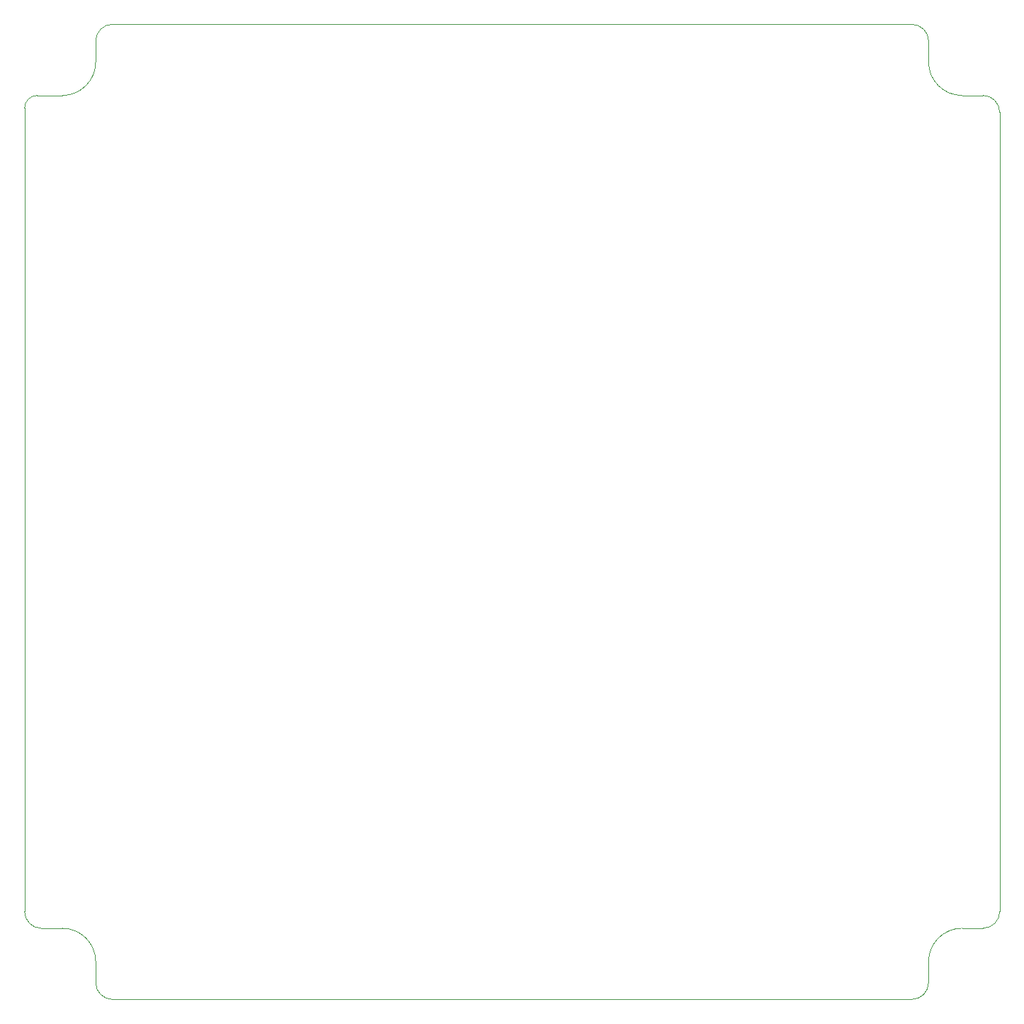
<source format=gbr>
%TF.GenerationSoftware,KiCad,Pcbnew,8.0.4*%
%TF.CreationDate,2024-09-16T13:50:06+09:00*%
%TF.ProjectId,yuiop29re,7975696f-7032-4397-9265-2e6b69636164,1*%
%TF.SameCoordinates,Original*%
%TF.FileFunction,Profile,NP*%
%FSLAX46Y46*%
G04 Gerber Fmt 4.6, Leading zero omitted, Abs format (unit mm)*
G04 Created by KiCad (PCBNEW 8.0.4) date 2024-09-16 13:50:06*
%MOMM*%
%LPD*%
G01*
G04 APERTURE LIST*
%TA.AperFunction,Profile*%
%ADD10C,0.050000*%
%TD*%
G04 APERTURE END LIST*
D10*
X96250000Y-149750000D02*
G75*
G02*
X100250000Y-153750000I0J-4000000D01*
G01*
X96250000Y-50250000D02*
X93250000Y-50250000D01*
X206250000Y-149750000D02*
X203750000Y-149750000D01*
X93750000Y-149750000D02*
G75*
G02*
X91750000Y-147750000I0J2000000D01*
G01*
X100250000Y-46250000D02*
G75*
G02*
X96250000Y-50250000I-4000000J0D01*
G01*
X102250000Y-158250000D02*
G75*
G02*
X100250000Y-156250000I0J2000000D01*
G01*
X199750000Y-153750000D02*
G75*
G02*
X203750000Y-149750000I4000000J0D01*
G01*
X206250000Y-50250000D02*
X203750000Y-50250000D01*
X206250000Y-50250000D02*
G75*
G02*
X208250000Y-52250000I0J-2000000D01*
G01*
X91750000Y-147750000D02*
X91750000Y-51750000D01*
X208250000Y-147750000D02*
G75*
G02*
X206250000Y-149750000I-2000000J0D01*
G01*
X203750000Y-50250000D02*
G75*
G02*
X199750000Y-46250000I0J4000000D01*
G01*
X199750000Y-153750000D02*
X199750000Y-156250000D01*
X208250000Y-52250000D02*
X208250000Y-147750000D01*
X93750000Y-149750000D02*
X96250000Y-149750000D01*
X100250000Y-43750000D02*
G75*
G02*
X102250000Y-41750000I2000000J0D01*
G01*
X100250000Y-43750000D02*
X100250000Y-46250000D01*
X91750000Y-51750000D02*
G75*
G02*
X93250000Y-50250000I1500000J0D01*
G01*
X100250000Y-153750000D02*
X100250000Y-156250000D01*
X197750000Y-41750000D02*
G75*
G02*
X199750000Y-43750000I0J-2000000D01*
G01*
X199750000Y-156250000D02*
G75*
G02*
X197750000Y-158250000I-2000000J0D01*
G01*
X102250000Y-41750000D02*
X197750000Y-41750000D01*
X197750000Y-158250000D02*
X102250000Y-158250000D01*
X199750000Y-46250000D02*
X199750000Y-43750000D01*
M02*

</source>
